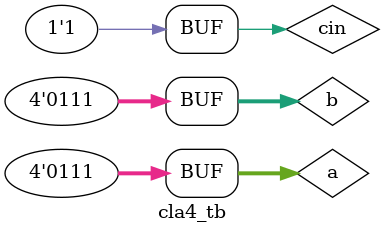
<source format=v>
module cla4_tb();

reg [3:0] a, b;
reg cin;

wire [3:0] sum;
wire cout;

initial
$monitor("a = %b, b = %b, cin = %b, cout = %b, sum = %b", a,b,cin,cout,sum);


initial 
begin 

	a = 4'b0000;
	b = 4'b0000;
	cin = 1'b0;

	#10;

	a = 4'b0001;
	b = 4'b0010;
	cin = 1'b0;

	#10;

	a = 4'b0100;
	b = 4'b0010;
	cin = 1'b0;

	#10;

	a = 4'b1010;
	b = 4'b0101;
	cin = 1'b0;

	#10;

	a = 4'b1111;
	b = 4'b0000;
	cin = 1'b0;

	#10;

	a = 4'b0000;
	b = 4'b1111;
	cin = 1'b0;

	#10;

	a = 4'b0110;
	b = 4'b0010;
	cin = 1'b0;

	#10;

	a = 4'b1110;
	b = 4'b0110;
	cin = 1'b1;

	#10;

	a = 4'b0111;
	b = 4'b0111;
	cin = 1'b1;

	#10;

end


cla4 inst1(
.a(a),
.b(b),
.cin(cin),
.sum(sum),
.cout(cout)
);



endmodule

</source>
